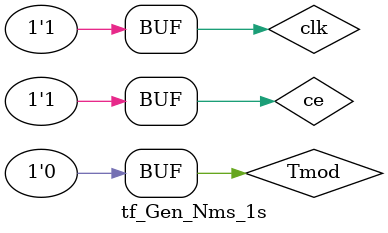
<source format=v>
`timescale 1ns / 1ps


module tf_Gen_Nms_1s;

	// Inputs
	reg clk;
	reg ce;
	reg Tmod;

	// Outputs
	wire CEO;

	// Instantiate the Unit Under Test (UUT)
	Gen_Nms_1s uut (
		.clk(clk), 
		.ce(ce), 
		.Tmod(Tmod), 
		.CEO(CEO)
	);

//�������� �������������� ������� ������������� clk
parameter Tclk=20; //������ ������� ������������� 20 ��
always begin clk=0; #(Tclk/2); clk=1; #(Tclk/2); end

	initial begin
		// Initialize Inputs
		clk = 0;
		ce = 0;
		Tmod = 0;

		// Wait 100 ns for global reset to finish
		#100;
        ce = 1;
		// Add stimulus here

	end
      
endmodule


</source>
